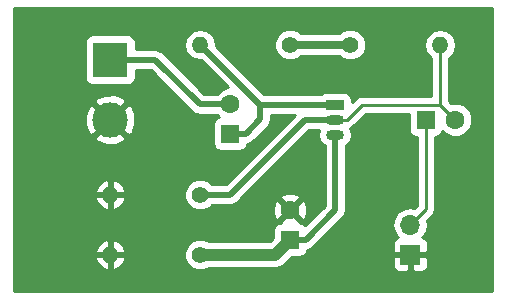
<source format=gbr>
G04 #@! TF.FileFunction,Copper,L1,Top,Signal*
%FSLAX46Y46*%
G04 Gerber Fmt 4.6, Leading zero omitted, Abs format (unit mm)*
G04 Created by KiCad (PCBNEW 4.0.7) date 06/12/18 10:28:29*
%MOMM*%
%LPD*%
G01*
G04 APERTURE LIST*
%ADD10C,0.100000*%
%ADD11R,1.700000X1.700000*%
%ADD12O,1.700000X1.700000*%
%ADD13R,1.600000X1.600000*%
%ADD14C,1.600000*%
%ADD15R,3.000000X3.000000*%
%ADD16C,3.000000*%
%ADD17O,1.500000X0.900000*%
%ADD18R,1.500000X0.900000*%
%ADD19C,1.400000*%
%ADD20O,1.400000X1.400000*%
%ADD21C,0.250000*%
%ADD22C,0.500000*%
%ADD23C,1.000000*%
%ADD24C,0.710000*%
%ADD25C,0.254000*%
G04 APERTURE END LIST*
D10*
D11*
X182880000Y-129540000D03*
D12*
X182880000Y-127000000D03*
D13*
X184190000Y-118110000D03*
D14*
X186690000Y-118110000D03*
D13*
X172720000Y-128270000D03*
D14*
X172720000Y-125770000D03*
D13*
X167640000Y-119300000D03*
D14*
X167640000Y-116800000D03*
D15*
X157480000Y-113030000D03*
D16*
X157480000Y-118110000D03*
D17*
X176530000Y-118110000D03*
X176530000Y-119380000D03*
D18*
X176530000Y-116840000D03*
D19*
X177800000Y-111760000D03*
D20*
X185420000Y-111760000D03*
D19*
X165100000Y-124460000D03*
D20*
X157480000Y-124460000D03*
D19*
X172720000Y-111760000D03*
D20*
X165100000Y-111760000D03*
D19*
X165100000Y-129540000D03*
D20*
X157480000Y-129540000D03*
D21*
X184190000Y-125690000D02*
X182880000Y-127000000D01*
X184190000Y-118110000D02*
X184190000Y-125690000D01*
X185420000Y-111760000D02*
X185420000Y-116840000D01*
X185420000Y-116840000D02*
X186690000Y-118110000D01*
X176530000Y-118110000D02*
X177530000Y-118110000D01*
X177530000Y-118110000D02*
X178800000Y-116840000D01*
X178800000Y-116840000D02*
X185420000Y-116840000D01*
D22*
X167640000Y-124460000D02*
X173990000Y-118110000D01*
X173990000Y-118110000D02*
X176530000Y-118110000D01*
X165100000Y-124460000D02*
X167640000Y-124460000D01*
D23*
X165100000Y-129540000D02*
X171450000Y-129540000D01*
X171450000Y-129540000D02*
X172720000Y-128270000D01*
D22*
X176530000Y-119380000D02*
X176530000Y-125760000D01*
X176530000Y-125760000D02*
X174020000Y-128270000D01*
X174020000Y-128270000D02*
X172720000Y-128270000D01*
X170180000Y-116840000D02*
X176530000Y-116840000D01*
X165100000Y-111760000D02*
X170180000Y-116840000D01*
X170180000Y-118060000D02*
X170180000Y-116840000D01*
X167640000Y-119300000D02*
X168940000Y-119300000D01*
X168940000Y-119300000D02*
X170180000Y-118060000D01*
X165060000Y-116800000D02*
X161290000Y-113030000D01*
X161290000Y-113030000D02*
X157480000Y-113030000D01*
X167640000Y-116800000D02*
X165060000Y-116800000D01*
D24*
X172720000Y-111760000D02*
X177800000Y-111760000D01*
D25*
G36*
X189790000Y-132640000D02*
X149300000Y-132640000D01*
X149300000Y-129873329D01*
X156187284Y-129873329D01*
X156330203Y-130218396D01*
X156677337Y-130606764D01*
X157146669Y-130832727D01*
X157353000Y-130710206D01*
X157353000Y-129667000D01*
X157607000Y-129667000D01*
X157607000Y-130710206D01*
X157813331Y-130832727D01*
X158282663Y-130606764D01*
X158629797Y-130218396D01*
X158772716Y-129873329D01*
X158649374Y-129667000D01*
X157607000Y-129667000D01*
X157353000Y-129667000D01*
X156310626Y-129667000D01*
X156187284Y-129873329D01*
X149300000Y-129873329D01*
X149300000Y-129206671D01*
X156187284Y-129206671D01*
X156310626Y-129413000D01*
X157353000Y-129413000D01*
X157353000Y-128369794D01*
X157607000Y-128369794D01*
X157607000Y-129413000D01*
X158649374Y-129413000D01*
X158772716Y-129206671D01*
X158629797Y-128861604D01*
X158282663Y-128473236D01*
X157813331Y-128247273D01*
X157607000Y-128369794D01*
X157353000Y-128369794D01*
X157146669Y-128247273D01*
X156677337Y-128473236D01*
X156330203Y-128861604D01*
X156187284Y-129206671D01*
X149300000Y-129206671D01*
X149300000Y-124793329D01*
X156187284Y-124793329D01*
X156330203Y-125138396D01*
X156677337Y-125526764D01*
X157146669Y-125752727D01*
X157353000Y-125630206D01*
X157353000Y-124587000D01*
X157607000Y-124587000D01*
X157607000Y-125630206D01*
X157813331Y-125752727D01*
X158282663Y-125526764D01*
X158629797Y-125138396D01*
X158772716Y-124793329D01*
X158649374Y-124587000D01*
X157607000Y-124587000D01*
X157353000Y-124587000D01*
X156310626Y-124587000D01*
X156187284Y-124793329D01*
X149300000Y-124793329D01*
X149300000Y-124126671D01*
X156187284Y-124126671D01*
X156310626Y-124333000D01*
X157353000Y-124333000D01*
X157353000Y-123289794D01*
X157607000Y-123289794D01*
X157607000Y-124333000D01*
X158649374Y-124333000D01*
X158772716Y-124126671D01*
X158629797Y-123781604D01*
X158282663Y-123393236D01*
X157813331Y-123167273D01*
X157607000Y-123289794D01*
X157353000Y-123289794D01*
X157146669Y-123167273D01*
X156677337Y-123393236D01*
X156330203Y-123781604D01*
X156187284Y-124126671D01*
X149300000Y-124126671D01*
X149300000Y-119623970D01*
X156145635Y-119623970D01*
X156305418Y-119942739D01*
X157096187Y-120252723D01*
X157945387Y-120236497D01*
X158654582Y-119942739D01*
X158814365Y-119623970D01*
X157480000Y-118289605D01*
X156145635Y-119623970D01*
X149300000Y-119623970D01*
X149300000Y-117726187D01*
X155337277Y-117726187D01*
X155353503Y-118575387D01*
X155647261Y-119284582D01*
X155966030Y-119444365D01*
X157300395Y-118110000D01*
X157659605Y-118110000D01*
X158993970Y-119444365D01*
X159312739Y-119284582D01*
X159622723Y-118493813D01*
X159606497Y-117644613D01*
X159312739Y-116935418D01*
X158993970Y-116775635D01*
X157659605Y-118110000D01*
X157300395Y-118110000D01*
X155966030Y-116775635D01*
X155647261Y-116935418D01*
X155337277Y-117726187D01*
X149300000Y-117726187D01*
X149300000Y-116596030D01*
X156145635Y-116596030D01*
X157480000Y-117930395D01*
X158814365Y-116596030D01*
X158654582Y-116277261D01*
X157863813Y-115967277D01*
X157014613Y-115983503D01*
X156305418Y-116277261D01*
X156145635Y-116596030D01*
X149300000Y-116596030D01*
X149300000Y-111530000D01*
X155332560Y-111530000D01*
X155332560Y-114530000D01*
X155376838Y-114765317D01*
X155515910Y-114981441D01*
X155728110Y-115126431D01*
X155980000Y-115177440D01*
X158980000Y-115177440D01*
X159215317Y-115133162D01*
X159431441Y-114994090D01*
X159576431Y-114781890D01*
X159627440Y-114530000D01*
X159627440Y-113915000D01*
X160923420Y-113915000D01*
X164434208Y-117425787D01*
X164434210Y-117425790D01*
X164694935Y-117600000D01*
X164721325Y-117617633D01*
X165060000Y-117685001D01*
X165060005Y-117685000D01*
X166495829Y-117685000D01*
X166691072Y-117880583D01*
X166604683Y-117896838D01*
X166388559Y-118035910D01*
X166243569Y-118248110D01*
X166192560Y-118500000D01*
X166192560Y-120100000D01*
X166236838Y-120335317D01*
X166375910Y-120551441D01*
X166588110Y-120696431D01*
X166840000Y-120747440D01*
X168440000Y-120747440D01*
X168675317Y-120703162D01*
X168891441Y-120564090D01*
X169036431Y-120351890D01*
X169075693Y-120158009D01*
X169222484Y-120128810D01*
X169278675Y-120117633D01*
X169565790Y-119925790D01*
X170805787Y-118685792D01*
X170805790Y-118685790D01*
X170997633Y-118398675D01*
X171008810Y-118342484D01*
X171065001Y-118060000D01*
X171065000Y-118059995D01*
X171065000Y-117725000D01*
X173123421Y-117725000D01*
X167273420Y-123575000D01*
X166102873Y-123575000D01*
X165857204Y-123328902D01*
X165366713Y-123125232D01*
X164835617Y-123124769D01*
X164344771Y-123327582D01*
X163968902Y-123702796D01*
X163765232Y-124193287D01*
X163764769Y-124724383D01*
X163967582Y-125215229D01*
X164342796Y-125591098D01*
X164833287Y-125794768D01*
X165364383Y-125795231D01*
X165855229Y-125592418D01*
X165894492Y-125553223D01*
X171273035Y-125553223D01*
X171300222Y-126123454D01*
X171466136Y-126524005D01*
X171712255Y-126598139D01*
X172540395Y-125770000D01*
X172899605Y-125770000D01*
X173727745Y-126598139D01*
X173973864Y-126524005D01*
X174166965Y-125986777D01*
X174139778Y-125416546D01*
X173973864Y-125015995D01*
X173727745Y-124941861D01*
X172899605Y-125770000D01*
X172540395Y-125770000D01*
X171712255Y-124941861D01*
X171466136Y-125015995D01*
X171273035Y-125553223D01*
X165894492Y-125553223D01*
X166103079Y-125345000D01*
X167639995Y-125345000D01*
X167640000Y-125345001D01*
X167922484Y-125288810D01*
X167978675Y-125277633D01*
X168265790Y-125085790D01*
X168589324Y-124762255D01*
X171891861Y-124762255D01*
X172720000Y-125590395D01*
X173548139Y-124762255D01*
X173474005Y-124516136D01*
X172936777Y-124323035D01*
X172366546Y-124350222D01*
X171965995Y-124516136D01*
X171891861Y-124762255D01*
X168589324Y-124762255D01*
X174356579Y-118995000D01*
X175194447Y-118995000D01*
X175117866Y-119380000D01*
X175200457Y-119795212D01*
X175435655Y-120147211D01*
X175645000Y-120287091D01*
X175645000Y-125393421D01*
X173998096Y-127040325D01*
X173984090Y-127018559D01*
X173771890Y-126873569D01*
X173533799Y-126825354D01*
X173548139Y-126777745D01*
X172720000Y-125949605D01*
X171891861Y-126777745D01*
X171906145Y-126825167D01*
X171684683Y-126866838D01*
X171468559Y-127005910D01*
X171323569Y-127218110D01*
X171272560Y-127470000D01*
X171272560Y-128112308D01*
X170979868Y-128405000D01*
X165847807Y-128405000D01*
X165366713Y-128205232D01*
X164835617Y-128204769D01*
X164344771Y-128407582D01*
X163968902Y-128782796D01*
X163765232Y-129273287D01*
X163764769Y-129804383D01*
X163967582Y-130295229D01*
X164342796Y-130671098D01*
X164833287Y-130874768D01*
X165364383Y-130875231D01*
X165848980Y-130675000D01*
X171450000Y-130675000D01*
X171884346Y-130588603D01*
X172252566Y-130342566D01*
X172769382Y-129825750D01*
X181395000Y-129825750D01*
X181395000Y-130516310D01*
X181491673Y-130749699D01*
X181670302Y-130928327D01*
X181903691Y-131025000D01*
X182594250Y-131025000D01*
X182753000Y-130866250D01*
X182753000Y-129667000D01*
X183007000Y-129667000D01*
X183007000Y-130866250D01*
X183165750Y-131025000D01*
X183856309Y-131025000D01*
X184089698Y-130928327D01*
X184268327Y-130749699D01*
X184365000Y-130516310D01*
X184365000Y-129825750D01*
X184206250Y-129667000D01*
X183007000Y-129667000D01*
X182753000Y-129667000D01*
X181553750Y-129667000D01*
X181395000Y-129825750D01*
X172769382Y-129825750D01*
X172877692Y-129717440D01*
X173520000Y-129717440D01*
X173755317Y-129673162D01*
X173971441Y-129534090D01*
X174116431Y-129321890D01*
X174155693Y-129128009D01*
X174302484Y-129098810D01*
X174358675Y-129087633D01*
X174645790Y-128895790D01*
X177155787Y-126385792D01*
X177155790Y-126385790D01*
X177347633Y-126098675D01*
X177371072Y-125980839D01*
X177415001Y-125760000D01*
X177415000Y-125759995D01*
X177415000Y-120287091D01*
X177624345Y-120147211D01*
X177859543Y-119795212D01*
X177942134Y-119380000D01*
X177859543Y-118964788D01*
X177764977Y-118823260D01*
X177820839Y-118812148D01*
X178067401Y-118647401D01*
X179114802Y-117600000D01*
X182742560Y-117600000D01*
X182742560Y-118910000D01*
X182786838Y-119145317D01*
X182925910Y-119361441D01*
X183138110Y-119506431D01*
X183390000Y-119557440D01*
X183430000Y-119557440D01*
X183430000Y-125375198D01*
X183226969Y-125578229D01*
X182909093Y-125515000D01*
X182850907Y-125515000D01*
X182282622Y-125628039D01*
X181800853Y-125949946D01*
X181478946Y-126431715D01*
X181365907Y-127000000D01*
X181478946Y-127568285D01*
X181800853Y-128050054D01*
X181844777Y-128079403D01*
X181670302Y-128151673D01*
X181491673Y-128330301D01*
X181395000Y-128563690D01*
X181395000Y-129254250D01*
X181553750Y-129413000D01*
X182753000Y-129413000D01*
X182753000Y-129393000D01*
X183007000Y-129393000D01*
X183007000Y-129413000D01*
X184206250Y-129413000D01*
X184365000Y-129254250D01*
X184365000Y-128563690D01*
X184268327Y-128330301D01*
X184089698Y-128151673D01*
X183915223Y-128079403D01*
X183959147Y-128050054D01*
X184281054Y-127568285D01*
X184394093Y-127000000D01*
X184321210Y-126633592D01*
X184727401Y-126227401D01*
X184892148Y-125980839D01*
X184950000Y-125690000D01*
X184950000Y-119557440D01*
X184990000Y-119557440D01*
X185225317Y-119513162D01*
X185441441Y-119374090D01*
X185586431Y-119161890D01*
X185607680Y-119056959D01*
X185876077Y-119325824D01*
X186403309Y-119544750D01*
X186974187Y-119545248D01*
X187501800Y-119327243D01*
X187905824Y-118923923D01*
X188124750Y-118396691D01*
X188125248Y-117825813D01*
X187907243Y-117298200D01*
X187503923Y-116894176D01*
X186976691Y-116675250D01*
X186405813Y-116674752D01*
X186351851Y-116697049D01*
X186180000Y-116525198D01*
X186180000Y-112844400D01*
X186390142Y-112703988D01*
X186679533Y-112270882D01*
X186781154Y-111760000D01*
X186679533Y-111249118D01*
X186390142Y-110816012D01*
X185957036Y-110526621D01*
X185446154Y-110425000D01*
X185393846Y-110425000D01*
X184882964Y-110526621D01*
X184449858Y-110816012D01*
X184160467Y-111249118D01*
X184058846Y-111760000D01*
X184160467Y-112270882D01*
X184449858Y-112703988D01*
X184660000Y-112844400D01*
X184660000Y-116080000D01*
X178800000Y-116080000D01*
X178509160Y-116137852D01*
X178262599Y-116302599D01*
X177927440Y-116637758D01*
X177927440Y-116390000D01*
X177883162Y-116154683D01*
X177744090Y-115938559D01*
X177531890Y-115793569D01*
X177280000Y-115742560D01*
X175780000Y-115742560D01*
X175544683Y-115786838D01*
X175328559Y-115925910D01*
X175308683Y-115955000D01*
X170546579Y-115955000D01*
X166615962Y-112024383D01*
X171384769Y-112024383D01*
X171587582Y-112515229D01*
X171962796Y-112891098D01*
X172453287Y-113094768D01*
X172984383Y-113095231D01*
X173475229Y-112892418D01*
X173617896Y-112750000D01*
X176901944Y-112750000D01*
X177042796Y-112891098D01*
X177533287Y-113094768D01*
X178064383Y-113095231D01*
X178555229Y-112892418D01*
X178931098Y-112517204D01*
X179134768Y-112026713D01*
X179135231Y-111495617D01*
X178932418Y-111004771D01*
X178557204Y-110628902D01*
X178066713Y-110425232D01*
X177535617Y-110424769D01*
X177044771Y-110627582D01*
X176902104Y-110770000D01*
X173618056Y-110770000D01*
X173477204Y-110628902D01*
X172986713Y-110425232D01*
X172455617Y-110424769D01*
X171964771Y-110627582D01*
X171588902Y-111002796D01*
X171385232Y-111493287D01*
X171384769Y-112024383D01*
X166615962Y-112024383D01*
X166442974Y-111851395D01*
X166461154Y-111760000D01*
X166359533Y-111249118D01*
X166070142Y-110816012D01*
X165637036Y-110526621D01*
X165126154Y-110425000D01*
X165073846Y-110425000D01*
X164562964Y-110526621D01*
X164129858Y-110816012D01*
X163840467Y-111249118D01*
X163738846Y-111760000D01*
X163840467Y-112270882D01*
X164129858Y-112703988D01*
X164562964Y-112993379D01*
X165073846Y-113095000D01*
X165126154Y-113095000D01*
X165173919Y-113085499D01*
X167453258Y-115364837D01*
X167355813Y-115364752D01*
X166828200Y-115582757D01*
X166495377Y-115915000D01*
X165426579Y-115915000D01*
X161915790Y-112404210D01*
X161703025Y-112262046D01*
X161628675Y-112212367D01*
X161572484Y-112201190D01*
X161290000Y-112144999D01*
X161289995Y-112145000D01*
X159627440Y-112145000D01*
X159627440Y-111530000D01*
X159583162Y-111294683D01*
X159444090Y-111078559D01*
X159231890Y-110933569D01*
X158980000Y-110882560D01*
X155980000Y-110882560D01*
X155744683Y-110926838D01*
X155528559Y-111065910D01*
X155383569Y-111278110D01*
X155332560Y-111530000D01*
X149300000Y-111530000D01*
X149300000Y-108660000D01*
X189790000Y-108660000D01*
X189790000Y-132640000D01*
X189790000Y-132640000D01*
G37*
X189790000Y-132640000D02*
X149300000Y-132640000D01*
X149300000Y-129873329D01*
X156187284Y-129873329D01*
X156330203Y-130218396D01*
X156677337Y-130606764D01*
X157146669Y-130832727D01*
X157353000Y-130710206D01*
X157353000Y-129667000D01*
X157607000Y-129667000D01*
X157607000Y-130710206D01*
X157813331Y-130832727D01*
X158282663Y-130606764D01*
X158629797Y-130218396D01*
X158772716Y-129873329D01*
X158649374Y-129667000D01*
X157607000Y-129667000D01*
X157353000Y-129667000D01*
X156310626Y-129667000D01*
X156187284Y-129873329D01*
X149300000Y-129873329D01*
X149300000Y-129206671D01*
X156187284Y-129206671D01*
X156310626Y-129413000D01*
X157353000Y-129413000D01*
X157353000Y-128369794D01*
X157607000Y-128369794D01*
X157607000Y-129413000D01*
X158649374Y-129413000D01*
X158772716Y-129206671D01*
X158629797Y-128861604D01*
X158282663Y-128473236D01*
X157813331Y-128247273D01*
X157607000Y-128369794D01*
X157353000Y-128369794D01*
X157146669Y-128247273D01*
X156677337Y-128473236D01*
X156330203Y-128861604D01*
X156187284Y-129206671D01*
X149300000Y-129206671D01*
X149300000Y-124793329D01*
X156187284Y-124793329D01*
X156330203Y-125138396D01*
X156677337Y-125526764D01*
X157146669Y-125752727D01*
X157353000Y-125630206D01*
X157353000Y-124587000D01*
X157607000Y-124587000D01*
X157607000Y-125630206D01*
X157813331Y-125752727D01*
X158282663Y-125526764D01*
X158629797Y-125138396D01*
X158772716Y-124793329D01*
X158649374Y-124587000D01*
X157607000Y-124587000D01*
X157353000Y-124587000D01*
X156310626Y-124587000D01*
X156187284Y-124793329D01*
X149300000Y-124793329D01*
X149300000Y-124126671D01*
X156187284Y-124126671D01*
X156310626Y-124333000D01*
X157353000Y-124333000D01*
X157353000Y-123289794D01*
X157607000Y-123289794D01*
X157607000Y-124333000D01*
X158649374Y-124333000D01*
X158772716Y-124126671D01*
X158629797Y-123781604D01*
X158282663Y-123393236D01*
X157813331Y-123167273D01*
X157607000Y-123289794D01*
X157353000Y-123289794D01*
X157146669Y-123167273D01*
X156677337Y-123393236D01*
X156330203Y-123781604D01*
X156187284Y-124126671D01*
X149300000Y-124126671D01*
X149300000Y-119623970D01*
X156145635Y-119623970D01*
X156305418Y-119942739D01*
X157096187Y-120252723D01*
X157945387Y-120236497D01*
X158654582Y-119942739D01*
X158814365Y-119623970D01*
X157480000Y-118289605D01*
X156145635Y-119623970D01*
X149300000Y-119623970D01*
X149300000Y-117726187D01*
X155337277Y-117726187D01*
X155353503Y-118575387D01*
X155647261Y-119284582D01*
X155966030Y-119444365D01*
X157300395Y-118110000D01*
X157659605Y-118110000D01*
X158993970Y-119444365D01*
X159312739Y-119284582D01*
X159622723Y-118493813D01*
X159606497Y-117644613D01*
X159312739Y-116935418D01*
X158993970Y-116775635D01*
X157659605Y-118110000D01*
X157300395Y-118110000D01*
X155966030Y-116775635D01*
X155647261Y-116935418D01*
X155337277Y-117726187D01*
X149300000Y-117726187D01*
X149300000Y-116596030D01*
X156145635Y-116596030D01*
X157480000Y-117930395D01*
X158814365Y-116596030D01*
X158654582Y-116277261D01*
X157863813Y-115967277D01*
X157014613Y-115983503D01*
X156305418Y-116277261D01*
X156145635Y-116596030D01*
X149300000Y-116596030D01*
X149300000Y-111530000D01*
X155332560Y-111530000D01*
X155332560Y-114530000D01*
X155376838Y-114765317D01*
X155515910Y-114981441D01*
X155728110Y-115126431D01*
X155980000Y-115177440D01*
X158980000Y-115177440D01*
X159215317Y-115133162D01*
X159431441Y-114994090D01*
X159576431Y-114781890D01*
X159627440Y-114530000D01*
X159627440Y-113915000D01*
X160923420Y-113915000D01*
X164434208Y-117425787D01*
X164434210Y-117425790D01*
X164694935Y-117600000D01*
X164721325Y-117617633D01*
X165060000Y-117685001D01*
X165060005Y-117685000D01*
X166495829Y-117685000D01*
X166691072Y-117880583D01*
X166604683Y-117896838D01*
X166388559Y-118035910D01*
X166243569Y-118248110D01*
X166192560Y-118500000D01*
X166192560Y-120100000D01*
X166236838Y-120335317D01*
X166375910Y-120551441D01*
X166588110Y-120696431D01*
X166840000Y-120747440D01*
X168440000Y-120747440D01*
X168675317Y-120703162D01*
X168891441Y-120564090D01*
X169036431Y-120351890D01*
X169075693Y-120158009D01*
X169222484Y-120128810D01*
X169278675Y-120117633D01*
X169565790Y-119925790D01*
X170805787Y-118685792D01*
X170805790Y-118685790D01*
X170997633Y-118398675D01*
X171008810Y-118342484D01*
X171065001Y-118060000D01*
X171065000Y-118059995D01*
X171065000Y-117725000D01*
X173123421Y-117725000D01*
X167273420Y-123575000D01*
X166102873Y-123575000D01*
X165857204Y-123328902D01*
X165366713Y-123125232D01*
X164835617Y-123124769D01*
X164344771Y-123327582D01*
X163968902Y-123702796D01*
X163765232Y-124193287D01*
X163764769Y-124724383D01*
X163967582Y-125215229D01*
X164342796Y-125591098D01*
X164833287Y-125794768D01*
X165364383Y-125795231D01*
X165855229Y-125592418D01*
X165894492Y-125553223D01*
X171273035Y-125553223D01*
X171300222Y-126123454D01*
X171466136Y-126524005D01*
X171712255Y-126598139D01*
X172540395Y-125770000D01*
X172899605Y-125770000D01*
X173727745Y-126598139D01*
X173973864Y-126524005D01*
X174166965Y-125986777D01*
X174139778Y-125416546D01*
X173973864Y-125015995D01*
X173727745Y-124941861D01*
X172899605Y-125770000D01*
X172540395Y-125770000D01*
X171712255Y-124941861D01*
X171466136Y-125015995D01*
X171273035Y-125553223D01*
X165894492Y-125553223D01*
X166103079Y-125345000D01*
X167639995Y-125345000D01*
X167640000Y-125345001D01*
X167922484Y-125288810D01*
X167978675Y-125277633D01*
X168265790Y-125085790D01*
X168589324Y-124762255D01*
X171891861Y-124762255D01*
X172720000Y-125590395D01*
X173548139Y-124762255D01*
X173474005Y-124516136D01*
X172936777Y-124323035D01*
X172366546Y-124350222D01*
X171965995Y-124516136D01*
X171891861Y-124762255D01*
X168589324Y-124762255D01*
X174356579Y-118995000D01*
X175194447Y-118995000D01*
X175117866Y-119380000D01*
X175200457Y-119795212D01*
X175435655Y-120147211D01*
X175645000Y-120287091D01*
X175645000Y-125393421D01*
X173998096Y-127040325D01*
X173984090Y-127018559D01*
X173771890Y-126873569D01*
X173533799Y-126825354D01*
X173548139Y-126777745D01*
X172720000Y-125949605D01*
X171891861Y-126777745D01*
X171906145Y-126825167D01*
X171684683Y-126866838D01*
X171468559Y-127005910D01*
X171323569Y-127218110D01*
X171272560Y-127470000D01*
X171272560Y-128112308D01*
X170979868Y-128405000D01*
X165847807Y-128405000D01*
X165366713Y-128205232D01*
X164835617Y-128204769D01*
X164344771Y-128407582D01*
X163968902Y-128782796D01*
X163765232Y-129273287D01*
X163764769Y-129804383D01*
X163967582Y-130295229D01*
X164342796Y-130671098D01*
X164833287Y-130874768D01*
X165364383Y-130875231D01*
X165848980Y-130675000D01*
X171450000Y-130675000D01*
X171884346Y-130588603D01*
X172252566Y-130342566D01*
X172769382Y-129825750D01*
X181395000Y-129825750D01*
X181395000Y-130516310D01*
X181491673Y-130749699D01*
X181670302Y-130928327D01*
X181903691Y-131025000D01*
X182594250Y-131025000D01*
X182753000Y-130866250D01*
X182753000Y-129667000D01*
X183007000Y-129667000D01*
X183007000Y-130866250D01*
X183165750Y-131025000D01*
X183856309Y-131025000D01*
X184089698Y-130928327D01*
X184268327Y-130749699D01*
X184365000Y-130516310D01*
X184365000Y-129825750D01*
X184206250Y-129667000D01*
X183007000Y-129667000D01*
X182753000Y-129667000D01*
X181553750Y-129667000D01*
X181395000Y-129825750D01*
X172769382Y-129825750D01*
X172877692Y-129717440D01*
X173520000Y-129717440D01*
X173755317Y-129673162D01*
X173971441Y-129534090D01*
X174116431Y-129321890D01*
X174155693Y-129128009D01*
X174302484Y-129098810D01*
X174358675Y-129087633D01*
X174645790Y-128895790D01*
X177155787Y-126385792D01*
X177155790Y-126385790D01*
X177347633Y-126098675D01*
X177371072Y-125980839D01*
X177415001Y-125760000D01*
X177415000Y-125759995D01*
X177415000Y-120287091D01*
X177624345Y-120147211D01*
X177859543Y-119795212D01*
X177942134Y-119380000D01*
X177859543Y-118964788D01*
X177764977Y-118823260D01*
X177820839Y-118812148D01*
X178067401Y-118647401D01*
X179114802Y-117600000D01*
X182742560Y-117600000D01*
X182742560Y-118910000D01*
X182786838Y-119145317D01*
X182925910Y-119361441D01*
X183138110Y-119506431D01*
X183390000Y-119557440D01*
X183430000Y-119557440D01*
X183430000Y-125375198D01*
X183226969Y-125578229D01*
X182909093Y-125515000D01*
X182850907Y-125515000D01*
X182282622Y-125628039D01*
X181800853Y-125949946D01*
X181478946Y-126431715D01*
X181365907Y-127000000D01*
X181478946Y-127568285D01*
X181800853Y-128050054D01*
X181844777Y-128079403D01*
X181670302Y-128151673D01*
X181491673Y-128330301D01*
X181395000Y-128563690D01*
X181395000Y-129254250D01*
X181553750Y-129413000D01*
X182753000Y-129413000D01*
X182753000Y-129393000D01*
X183007000Y-129393000D01*
X183007000Y-129413000D01*
X184206250Y-129413000D01*
X184365000Y-129254250D01*
X184365000Y-128563690D01*
X184268327Y-128330301D01*
X184089698Y-128151673D01*
X183915223Y-128079403D01*
X183959147Y-128050054D01*
X184281054Y-127568285D01*
X184394093Y-127000000D01*
X184321210Y-126633592D01*
X184727401Y-126227401D01*
X184892148Y-125980839D01*
X184950000Y-125690000D01*
X184950000Y-119557440D01*
X184990000Y-119557440D01*
X185225317Y-119513162D01*
X185441441Y-119374090D01*
X185586431Y-119161890D01*
X185607680Y-119056959D01*
X185876077Y-119325824D01*
X186403309Y-119544750D01*
X186974187Y-119545248D01*
X187501800Y-119327243D01*
X187905824Y-118923923D01*
X188124750Y-118396691D01*
X188125248Y-117825813D01*
X187907243Y-117298200D01*
X187503923Y-116894176D01*
X186976691Y-116675250D01*
X186405813Y-116674752D01*
X186351851Y-116697049D01*
X186180000Y-116525198D01*
X186180000Y-112844400D01*
X186390142Y-112703988D01*
X186679533Y-112270882D01*
X186781154Y-111760000D01*
X186679533Y-111249118D01*
X186390142Y-110816012D01*
X185957036Y-110526621D01*
X185446154Y-110425000D01*
X185393846Y-110425000D01*
X184882964Y-110526621D01*
X184449858Y-110816012D01*
X184160467Y-111249118D01*
X184058846Y-111760000D01*
X184160467Y-112270882D01*
X184449858Y-112703988D01*
X184660000Y-112844400D01*
X184660000Y-116080000D01*
X178800000Y-116080000D01*
X178509160Y-116137852D01*
X178262599Y-116302599D01*
X177927440Y-116637758D01*
X177927440Y-116390000D01*
X177883162Y-116154683D01*
X177744090Y-115938559D01*
X177531890Y-115793569D01*
X177280000Y-115742560D01*
X175780000Y-115742560D01*
X175544683Y-115786838D01*
X175328559Y-115925910D01*
X175308683Y-115955000D01*
X170546579Y-115955000D01*
X166615962Y-112024383D01*
X171384769Y-112024383D01*
X171587582Y-112515229D01*
X171962796Y-112891098D01*
X172453287Y-113094768D01*
X172984383Y-113095231D01*
X173475229Y-112892418D01*
X173617896Y-112750000D01*
X176901944Y-112750000D01*
X177042796Y-112891098D01*
X177533287Y-113094768D01*
X178064383Y-113095231D01*
X178555229Y-112892418D01*
X178931098Y-112517204D01*
X179134768Y-112026713D01*
X179135231Y-111495617D01*
X178932418Y-111004771D01*
X178557204Y-110628902D01*
X178066713Y-110425232D01*
X177535617Y-110424769D01*
X177044771Y-110627582D01*
X176902104Y-110770000D01*
X173618056Y-110770000D01*
X173477204Y-110628902D01*
X172986713Y-110425232D01*
X172455617Y-110424769D01*
X171964771Y-110627582D01*
X171588902Y-111002796D01*
X171385232Y-111493287D01*
X171384769Y-112024383D01*
X166615962Y-112024383D01*
X166442974Y-111851395D01*
X166461154Y-111760000D01*
X166359533Y-111249118D01*
X166070142Y-110816012D01*
X165637036Y-110526621D01*
X165126154Y-110425000D01*
X165073846Y-110425000D01*
X164562964Y-110526621D01*
X164129858Y-110816012D01*
X163840467Y-111249118D01*
X163738846Y-111760000D01*
X163840467Y-112270882D01*
X164129858Y-112703988D01*
X164562964Y-112993379D01*
X165073846Y-113095000D01*
X165126154Y-113095000D01*
X165173919Y-113085499D01*
X167453258Y-115364837D01*
X167355813Y-115364752D01*
X166828200Y-115582757D01*
X166495377Y-115915000D01*
X165426579Y-115915000D01*
X161915790Y-112404210D01*
X161703025Y-112262046D01*
X161628675Y-112212367D01*
X161572484Y-112201190D01*
X161290000Y-112144999D01*
X161289995Y-112145000D01*
X159627440Y-112145000D01*
X159627440Y-111530000D01*
X159583162Y-111294683D01*
X159444090Y-111078559D01*
X159231890Y-110933569D01*
X158980000Y-110882560D01*
X155980000Y-110882560D01*
X155744683Y-110926838D01*
X155528559Y-111065910D01*
X155383569Y-111278110D01*
X155332560Y-111530000D01*
X149300000Y-111530000D01*
X149300000Y-108660000D01*
X189790000Y-108660000D01*
X189790000Y-132640000D01*
M02*

</source>
